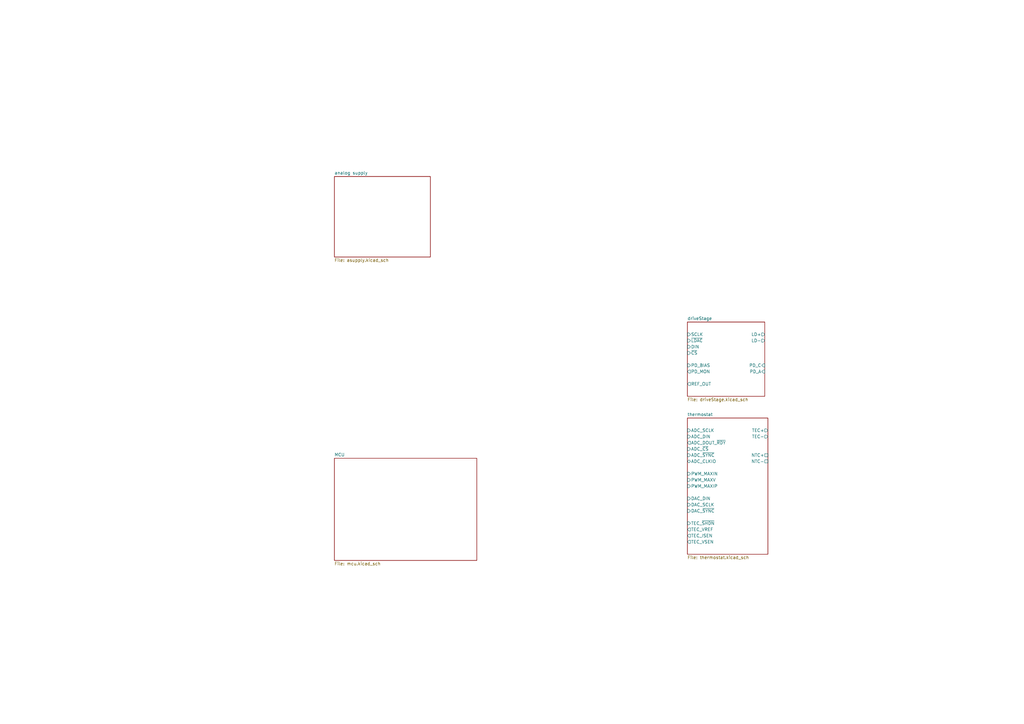
<source format=kicad_sch>
(kicad_sch (version 20211123) (generator eeschema)
  (paper "A3")
  (lib_symbols)
  (sheet (at 281.94 132.08) (size 31.75 30.48) (stroke (width 0.1524))
    (property "Sheet name" "driveStage" (at 281.94 131.3684 0) (effects (justify left bottom)))
    (property "Sheet file" "driveStage.kicad_sch" (at 281.94 163.1446 0) (effects (justify left top)))
    (pin "LD-" output (at 313.69 139.7 0))
    (pin "LD+" output (at 313.69 137.16 0))
    (pin "REF_OUT" output (at 281.94 157.48 180))
    (pin "SCLK" input (at 281.94 137.16 180))
    (pin "DIN" input (at 281.94 142.24 180))
    (pin "~{LDAC}" input (at 281.94 139.7 180))
    (pin "~{CS}" input (at 281.94 144.78 180))
    (pin "PD_A" input (at 313.69 152.4 0))
    (pin "PD_C" input (at 313.69 149.86 0))
    (pin "PD_BIAS" input (at 281.94 149.86 180))
    (pin "PD_MON" output (at 281.94 152.4 180))
  )
  (sheet (at 281.94 171.45) (size 33.02 55.88) (stroke (width 0.1524))
    (property "Sheet name" "thermostat" (at 281.94 170.7384 0) (effects (justify left bottom)))
    (property "Sheet file" "thermostat.kicad_sch" (at 281.94 227.9146 0) (effects (justify left top)))
    (pin "TEC-" output (at 314.96 179.07 0))
    (pin "TEC+" output (at 314.96 176.53 0))
    (pin "NTC-" passive (at 314.96 189.23 0))
    (pin "NTC+" passive (at 314.96 186.69 0))
    (pin "DAC_~{SYNC}" input (at 281.94 209.55 180))
    (pin "DAC_SCLK" input (at 281.94 207.01 180))
    (pin "DAC_DIN" input (at 281.94 204.47 180))
    (pin "PWM_MAXV" input (at 281.94 196.85 180))
    (pin "ADC_SCLK" input (at 281.94 176.53 180))
    (pin "ADC_DIN" input (at 281.94 179.07 180))
    (pin "ADC_DOUT_~{RDY}" output (at 281.94 181.61 180))
    (pin "ADC_~{CS}" input (at 281.94 184.15 180))
    (pin "ADC_~{SYNC}" input (at 281.94 186.69 180))
    (pin "ADC_CLKIO" bidirectional (at 281.94 189.23 180))
    (pin "PWM_MAXIN" input (at 281.94 194.31 180))
    (pin "PWM_MAXIP" input (at 281.94 199.39 180))
    (pin "TEC_~{SHDN}" input (at 281.94 214.63 180))
    (pin "TEC_ISEN" output (at 281.94 219.71 180))
    (pin "TEC_VREF" output (at 281.94 217.17 180))
    (pin "TEC_VSEN" output (at 281.94 222.25 180))
  )
  (sheet (at 137.16 72.39) (size 39.37 33.02) (stroke (width 0.1524))
    (property "Sheet name" "analog supply" (at 137.16 71.6784 0) (effects (justify left bottom)))
    (property "Sheet file" "asupply.kicad_sch" (at 137.16 105.9946 0) (effects (justify left top)))
  )
  (sheet (at 137.16 187.96) (size 58.42 41.91) (stroke (width 0.1524))
    (property "Sheet name" "MCU" (at 137.16 187.2484 0) (effects (justify left bottom)))
    (property "Sheet file" "mcu.kicad_sch" (at 137.16 230.4546 0) (effects (justify left top)))
  )
)
</source>
